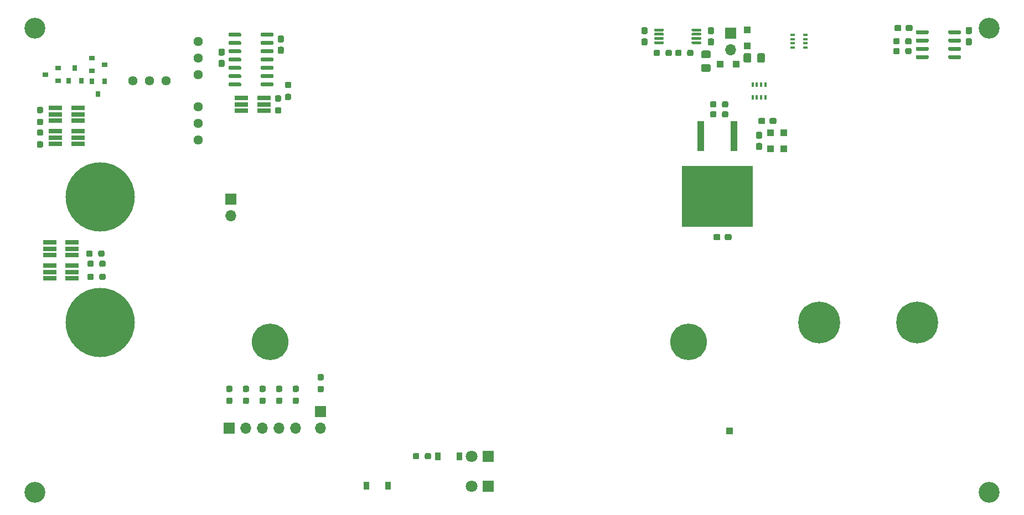
<source format=gbs>
G04 #@! TF.GenerationSoftware,KiCad,Pcbnew,(5.1.10-1-10_14)*
G04 #@! TF.CreationDate,2021-10-15T12:17:32-04:00*
G04 #@! TF.ProjectId,Multimeter,4d756c74-696d-4657-9465-722e6b696361,rev?*
G04 #@! TF.SameCoordinates,Original*
G04 #@! TF.FileFunction,Soldermask,Bot*
G04 #@! TF.FilePolarity,Negative*
%FSLAX46Y46*%
G04 Gerber Fmt 4.6, Leading zero omitted, Abs format (unit mm)*
G04 Created by KiCad (PCBNEW (5.1.10-1-10_14)) date 2021-10-15 12:17:32*
%MOMM*%
%LPD*%
G01*
G04 APERTURE LIST*
%ADD10C,6.400000*%
%ADD11C,3.200000*%
%ADD12R,0.900000X1.200000*%
%ADD13R,0.635000X0.381000*%
%ADD14R,0.381000X0.635000*%
%ADD15R,2.000000X0.650000*%
%ADD16O,1.700000X1.700000*%
%ADD17R,1.700000X1.700000*%
%ADD18R,10.800000X9.400000*%
%ADD19R,1.100000X4.600000*%
%ADD20C,5.600000*%
%ADD21R,1.000000X1.000000*%
%ADD22C,1.800000*%
%ADD23R,1.800000X1.800000*%
%ADD24R,0.900000X0.800000*%
%ADD25C,0.900000*%
%ADD26C,10.600000*%
%ADD27R,0.800000X0.900000*%
%ADD28C,1.440000*%
G04 APERTURE END LIST*
D10*
X222000000Y-72000000D03*
D11*
X87000000Y-27000000D03*
X87000000Y-98000000D03*
X233000000Y-98000000D03*
X233000000Y-27000000D03*
D12*
X141000000Y-97000000D03*
X137700000Y-97000000D03*
D10*
X207000000Y-72000000D03*
G36*
G01*
X96855000Y-65261500D02*
X96855000Y-64786500D01*
G75*
G02*
X97092500Y-64549000I237500J0D01*
G01*
X97592500Y-64549000D01*
G75*
G02*
X97830000Y-64786500I0J-237500D01*
G01*
X97830000Y-65261500D01*
G75*
G02*
X97592500Y-65499000I-237500J0D01*
G01*
X97092500Y-65499000D01*
G75*
G02*
X96855000Y-65261500I0J237500D01*
G01*
G37*
G36*
G01*
X95030000Y-65261500D02*
X95030000Y-64786500D01*
G75*
G02*
X95267500Y-64549000I237500J0D01*
G01*
X95767500Y-64549000D01*
G75*
G02*
X96005000Y-64786500I0J-237500D01*
G01*
X96005000Y-65261500D01*
G75*
G02*
X95767500Y-65499000I-237500J0D01*
G01*
X95267500Y-65499000D01*
G75*
G02*
X95030000Y-65261500I0J237500D01*
G01*
G37*
D13*
X204862600Y-29948979D03*
X204862600Y-29298993D03*
X204862600Y-28649007D03*
X204862600Y-27999021D03*
X202881400Y-27999021D03*
X202881400Y-28649007D03*
X202881400Y-29298993D03*
X202881400Y-29948979D03*
D14*
X196801021Y-37584600D03*
X197451007Y-37584600D03*
X198100993Y-37584600D03*
X198750979Y-37584600D03*
X198750979Y-35603400D03*
X198100993Y-35603400D03*
X197451007Y-35603400D03*
X196801021Y-35603400D03*
D15*
X122016000Y-39576000D03*
X122016000Y-38626000D03*
X122016000Y-37676000D03*
X118596000Y-37676000D03*
X118596000Y-38626000D03*
X118596000Y-39576000D03*
G36*
G01*
X223708000Y-27427000D02*
X223708000Y-27727000D01*
G75*
G02*
X223558000Y-27877000I-150000J0D01*
G01*
X221908000Y-27877000D01*
G75*
G02*
X221758000Y-27727000I0J150000D01*
G01*
X221758000Y-27427000D01*
G75*
G02*
X221908000Y-27277000I150000J0D01*
G01*
X223558000Y-27277000D01*
G75*
G02*
X223708000Y-27427000I0J-150000D01*
G01*
G37*
G36*
G01*
X223708000Y-28697000D02*
X223708000Y-28997000D01*
G75*
G02*
X223558000Y-29147000I-150000J0D01*
G01*
X221908000Y-29147000D01*
G75*
G02*
X221758000Y-28997000I0J150000D01*
G01*
X221758000Y-28697000D01*
G75*
G02*
X221908000Y-28547000I150000J0D01*
G01*
X223558000Y-28547000D01*
G75*
G02*
X223708000Y-28697000I0J-150000D01*
G01*
G37*
G36*
G01*
X223708000Y-29967000D02*
X223708000Y-30267000D01*
G75*
G02*
X223558000Y-30417000I-150000J0D01*
G01*
X221908000Y-30417000D01*
G75*
G02*
X221758000Y-30267000I0J150000D01*
G01*
X221758000Y-29967000D01*
G75*
G02*
X221908000Y-29817000I150000J0D01*
G01*
X223558000Y-29817000D01*
G75*
G02*
X223708000Y-29967000I0J-150000D01*
G01*
G37*
G36*
G01*
X223708000Y-31237000D02*
X223708000Y-31537000D01*
G75*
G02*
X223558000Y-31687000I-150000J0D01*
G01*
X221908000Y-31687000D01*
G75*
G02*
X221758000Y-31537000I0J150000D01*
G01*
X221758000Y-31237000D01*
G75*
G02*
X221908000Y-31087000I150000J0D01*
G01*
X223558000Y-31087000D01*
G75*
G02*
X223708000Y-31237000I0J-150000D01*
G01*
G37*
G36*
G01*
X228658000Y-31237000D02*
X228658000Y-31537000D01*
G75*
G02*
X228508000Y-31687000I-150000J0D01*
G01*
X226858000Y-31687000D01*
G75*
G02*
X226708000Y-31537000I0J150000D01*
G01*
X226708000Y-31237000D01*
G75*
G02*
X226858000Y-31087000I150000J0D01*
G01*
X228508000Y-31087000D01*
G75*
G02*
X228658000Y-31237000I0J-150000D01*
G01*
G37*
G36*
G01*
X228658000Y-29967000D02*
X228658000Y-30267000D01*
G75*
G02*
X228508000Y-30417000I-150000J0D01*
G01*
X226858000Y-30417000D01*
G75*
G02*
X226708000Y-30267000I0J150000D01*
G01*
X226708000Y-29967000D01*
G75*
G02*
X226858000Y-29817000I150000J0D01*
G01*
X228508000Y-29817000D01*
G75*
G02*
X228658000Y-29967000I0J-150000D01*
G01*
G37*
G36*
G01*
X228658000Y-28697000D02*
X228658000Y-28997000D01*
G75*
G02*
X228508000Y-29147000I-150000J0D01*
G01*
X226858000Y-29147000D01*
G75*
G02*
X226708000Y-28997000I0J150000D01*
G01*
X226708000Y-28697000D01*
G75*
G02*
X226858000Y-28547000I150000J0D01*
G01*
X228508000Y-28547000D01*
G75*
G02*
X228658000Y-28697000I0J-150000D01*
G01*
G37*
G36*
G01*
X228658000Y-27427000D02*
X228658000Y-27727000D01*
G75*
G02*
X228508000Y-27877000I-150000J0D01*
G01*
X226858000Y-27877000D01*
G75*
G02*
X226708000Y-27727000I0J150000D01*
G01*
X226708000Y-27427000D01*
G75*
G02*
X226858000Y-27277000I150000J0D01*
G01*
X228508000Y-27277000D01*
G75*
G02*
X228658000Y-27427000I0J-150000D01*
G01*
G37*
D16*
X193458000Y-30244000D03*
D17*
X193458000Y-27704000D03*
D15*
X93568000Y-44656000D03*
X93568000Y-43706000D03*
X93568000Y-42756000D03*
X90148000Y-42756000D03*
X90148000Y-43706000D03*
X90148000Y-44656000D03*
G36*
G01*
X88031500Y-43431500D02*
X87556500Y-43431500D01*
G75*
G02*
X87319000Y-43194000I0J237500D01*
G01*
X87319000Y-42694000D01*
G75*
G02*
X87556500Y-42456500I237500J0D01*
G01*
X88031500Y-42456500D01*
G75*
G02*
X88269000Y-42694000I0J-237500D01*
G01*
X88269000Y-43194000D01*
G75*
G02*
X88031500Y-43431500I-237500J0D01*
G01*
G37*
G36*
G01*
X88031500Y-45256500D02*
X87556500Y-45256500D01*
G75*
G02*
X87319000Y-45019000I0J237500D01*
G01*
X87319000Y-44519000D01*
G75*
G02*
X87556500Y-44281500I237500J0D01*
G01*
X88031500Y-44281500D01*
G75*
G02*
X88269000Y-44519000I0J-237500D01*
G01*
X88269000Y-45019000D01*
G75*
G02*
X88031500Y-45256500I-237500J0D01*
G01*
G37*
D16*
X126910000Y-88156000D03*
X124370000Y-88156000D03*
X121830000Y-88156000D03*
X119290000Y-88156000D03*
D17*
X116750000Y-88156000D03*
G36*
G01*
X183205000Y-27137000D02*
X183205000Y-27337000D01*
G75*
G02*
X183105000Y-27437000I-100000J0D01*
G01*
X181830000Y-27437000D01*
G75*
G02*
X181730000Y-27337000I0J100000D01*
G01*
X181730000Y-27137000D01*
G75*
G02*
X181830000Y-27037000I100000J0D01*
G01*
X183105000Y-27037000D01*
G75*
G02*
X183205000Y-27137000I0J-100000D01*
G01*
G37*
G36*
G01*
X183205000Y-27787000D02*
X183205000Y-27987000D01*
G75*
G02*
X183105000Y-28087000I-100000J0D01*
G01*
X181830000Y-28087000D01*
G75*
G02*
X181730000Y-27987000I0J100000D01*
G01*
X181730000Y-27787000D01*
G75*
G02*
X181830000Y-27687000I100000J0D01*
G01*
X183105000Y-27687000D01*
G75*
G02*
X183205000Y-27787000I0J-100000D01*
G01*
G37*
G36*
G01*
X183205000Y-28437000D02*
X183205000Y-28637000D01*
G75*
G02*
X183105000Y-28737000I-100000J0D01*
G01*
X181830000Y-28737000D01*
G75*
G02*
X181730000Y-28637000I0J100000D01*
G01*
X181730000Y-28437000D01*
G75*
G02*
X181830000Y-28337000I100000J0D01*
G01*
X183105000Y-28337000D01*
G75*
G02*
X183205000Y-28437000I0J-100000D01*
G01*
G37*
G36*
G01*
X183205000Y-29087000D02*
X183205000Y-29287000D01*
G75*
G02*
X183105000Y-29387000I-100000J0D01*
G01*
X181830000Y-29387000D01*
G75*
G02*
X181730000Y-29287000I0J100000D01*
G01*
X181730000Y-29087000D01*
G75*
G02*
X181830000Y-28987000I100000J0D01*
G01*
X183105000Y-28987000D01*
G75*
G02*
X183205000Y-29087000I0J-100000D01*
G01*
G37*
G36*
G01*
X188930000Y-29087000D02*
X188930000Y-29287000D01*
G75*
G02*
X188830000Y-29387000I-100000J0D01*
G01*
X187555000Y-29387000D01*
G75*
G02*
X187455000Y-29287000I0J100000D01*
G01*
X187455000Y-29087000D01*
G75*
G02*
X187555000Y-28987000I100000J0D01*
G01*
X188830000Y-28987000D01*
G75*
G02*
X188930000Y-29087000I0J-100000D01*
G01*
G37*
G36*
G01*
X188930000Y-28437000D02*
X188930000Y-28637000D01*
G75*
G02*
X188830000Y-28737000I-100000J0D01*
G01*
X187555000Y-28737000D01*
G75*
G02*
X187455000Y-28637000I0J100000D01*
G01*
X187455000Y-28437000D01*
G75*
G02*
X187555000Y-28337000I100000J0D01*
G01*
X188830000Y-28337000D01*
G75*
G02*
X188930000Y-28437000I0J-100000D01*
G01*
G37*
G36*
G01*
X188930000Y-27787000D02*
X188930000Y-27987000D01*
G75*
G02*
X188830000Y-28087000I-100000J0D01*
G01*
X187555000Y-28087000D01*
G75*
G02*
X187455000Y-27987000I0J100000D01*
G01*
X187455000Y-27787000D01*
G75*
G02*
X187555000Y-27687000I100000J0D01*
G01*
X188830000Y-27687000D01*
G75*
G02*
X188930000Y-27787000I0J-100000D01*
G01*
G37*
G36*
G01*
X188930000Y-27137000D02*
X188930000Y-27337000D01*
G75*
G02*
X188830000Y-27437000I-100000J0D01*
G01*
X187555000Y-27437000D01*
G75*
G02*
X187455000Y-27337000I0J100000D01*
G01*
X187455000Y-27137000D01*
G75*
G02*
X187555000Y-27037000I100000J0D01*
G01*
X188830000Y-27037000D01*
G75*
G02*
X188930000Y-27137000I0J-100000D01*
G01*
G37*
D18*
X191426000Y-52669000D03*
D19*
X193966000Y-43519000D03*
X188886000Y-43519000D03*
G36*
G01*
X190647500Y-27887000D02*
X190172500Y-27887000D01*
G75*
G02*
X189935000Y-27649500I0J237500D01*
G01*
X189935000Y-27049500D01*
G75*
G02*
X190172500Y-26812000I237500J0D01*
G01*
X190647500Y-26812000D01*
G75*
G02*
X190885000Y-27049500I0J-237500D01*
G01*
X190885000Y-27649500D01*
G75*
G02*
X190647500Y-27887000I-237500J0D01*
G01*
G37*
G36*
G01*
X190647500Y-29612000D02*
X190172500Y-29612000D01*
G75*
G02*
X189935000Y-29374500I0J237500D01*
G01*
X189935000Y-28774500D01*
G75*
G02*
X190172500Y-28537000I237500J0D01*
G01*
X190647500Y-28537000D01*
G75*
G02*
X190885000Y-28774500I0J-237500D01*
G01*
X190885000Y-29374500D01*
G75*
G02*
X190647500Y-29612000I-237500J0D01*
G01*
G37*
D16*
X130720000Y-88156000D03*
D17*
X130720000Y-85616000D03*
D12*
X151928000Y-92474000D03*
X148628000Y-92474000D03*
D20*
X187000000Y-75000000D03*
X123000000Y-75000000D03*
D16*
X117004000Y-55644000D03*
D17*
X117004000Y-53104000D03*
G36*
G01*
X88031500Y-39979000D02*
X87556500Y-39979000D01*
G75*
G02*
X87319000Y-39741500I0J237500D01*
G01*
X87319000Y-39241500D01*
G75*
G02*
X87556500Y-39004000I237500J0D01*
G01*
X88031500Y-39004000D01*
G75*
G02*
X88269000Y-39241500I0J-237500D01*
G01*
X88269000Y-39741500D01*
G75*
G02*
X88031500Y-39979000I-237500J0D01*
G01*
G37*
G36*
G01*
X88031500Y-41804000D02*
X87556500Y-41804000D01*
G75*
G02*
X87319000Y-41566500I0J237500D01*
G01*
X87319000Y-41066500D01*
G75*
G02*
X87556500Y-40829000I237500J0D01*
G01*
X88031500Y-40829000D01*
G75*
G02*
X88269000Y-41066500I0J-237500D01*
G01*
X88269000Y-41566500D01*
G75*
G02*
X88031500Y-41804000I-237500J0D01*
G01*
G37*
D15*
X92710000Y-65230000D03*
X92710000Y-64280000D03*
X92710000Y-63330000D03*
X89290000Y-63330000D03*
X89290000Y-64280000D03*
X89290000Y-65230000D03*
G36*
G01*
X121552000Y-35728000D02*
X121552000Y-35428000D01*
G75*
G02*
X121702000Y-35278000I150000J0D01*
G01*
X123352000Y-35278000D01*
G75*
G02*
X123502000Y-35428000I0J-150000D01*
G01*
X123502000Y-35728000D01*
G75*
G02*
X123352000Y-35878000I-150000J0D01*
G01*
X121702000Y-35878000D01*
G75*
G02*
X121552000Y-35728000I0J150000D01*
G01*
G37*
G36*
G01*
X121552000Y-34458000D02*
X121552000Y-34158000D01*
G75*
G02*
X121702000Y-34008000I150000J0D01*
G01*
X123352000Y-34008000D01*
G75*
G02*
X123502000Y-34158000I0J-150000D01*
G01*
X123502000Y-34458000D01*
G75*
G02*
X123352000Y-34608000I-150000J0D01*
G01*
X121702000Y-34608000D01*
G75*
G02*
X121552000Y-34458000I0J150000D01*
G01*
G37*
G36*
G01*
X121552000Y-33188000D02*
X121552000Y-32888000D01*
G75*
G02*
X121702000Y-32738000I150000J0D01*
G01*
X123352000Y-32738000D01*
G75*
G02*
X123502000Y-32888000I0J-150000D01*
G01*
X123502000Y-33188000D01*
G75*
G02*
X123352000Y-33338000I-150000J0D01*
G01*
X121702000Y-33338000D01*
G75*
G02*
X121552000Y-33188000I0J150000D01*
G01*
G37*
G36*
G01*
X121552000Y-31918000D02*
X121552000Y-31618000D01*
G75*
G02*
X121702000Y-31468000I150000J0D01*
G01*
X123352000Y-31468000D01*
G75*
G02*
X123502000Y-31618000I0J-150000D01*
G01*
X123502000Y-31918000D01*
G75*
G02*
X123352000Y-32068000I-150000J0D01*
G01*
X121702000Y-32068000D01*
G75*
G02*
X121552000Y-31918000I0J150000D01*
G01*
G37*
G36*
G01*
X121552000Y-30648000D02*
X121552000Y-30348000D01*
G75*
G02*
X121702000Y-30198000I150000J0D01*
G01*
X123352000Y-30198000D01*
G75*
G02*
X123502000Y-30348000I0J-150000D01*
G01*
X123502000Y-30648000D01*
G75*
G02*
X123352000Y-30798000I-150000J0D01*
G01*
X121702000Y-30798000D01*
G75*
G02*
X121552000Y-30648000I0J150000D01*
G01*
G37*
G36*
G01*
X121552000Y-29378000D02*
X121552000Y-29078000D01*
G75*
G02*
X121702000Y-28928000I150000J0D01*
G01*
X123352000Y-28928000D01*
G75*
G02*
X123502000Y-29078000I0J-150000D01*
G01*
X123502000Y-29378000D01*
G75*
G02*
X123352000Y-29528000I-150000J0D01*
G01*
X121702000Y-29528000D01*
G75*
G02*
X121552000Y-29378000I0J150000D01*
G01*
G37*
G36*
G01*
X121552000Y-28108000D02*
X121552000Y-27808000D01*
G75*
G02*
X121702000Y-27658000I150000J0D01*
G01*
X123352000Y-27658000D01*
G75*
G02*
X123502000Y-27808000I0J-150000D01*
G01*
X123502000Y-28108000D01*
G75*
G02*
X123352000Y-28258000I-150000J0D01*
G01*
X121702000Y-28258000D01*
G75*
G02*
X121552000Y-28108000I0J150000D01*
G01*
G37*
G36*
G01*
X116602000Y-28108000D02*
X116602000Y-27808000D01*
G75*
G02*
X116752000Y-27658000I150000J0D01*
G01*
X118402000Y-27658000D01*
G75*
G02*
X118552000Y-27808000I0J-150000D01*
G01*
X118552000Y-28108000D01*
G75*
G02*
X118402000Y-28258000I-150000J0D01*
G01*
X116752000Y-28258000D01*
G75*
G02*
X116602000Y-28108000I0J150000D01*
G01*
G37*
G36*
G01*
X116602000Y-29378000D02*
X116602000Y-29078000D01*
G75*
G02*
X116752000Y-28928000I150000J0D01*
G01*
X118402000Y-28928000D01*
G75*
G02*
X118552000Y-29078000I0J-150000D01*
G01*
X118552000Y-29378000D01*
G75*
G02*
X118402000Y-29528000I-150000J0D01*
G01*
X116752000Y-29528000D01*
G75*
G02*
X116602000Y-29378000I0J150000D01*
G01*
G37*
G36*
G01*
X116602000Y-30648000D02*
X116602000Y-30348000D01*
G75*
G02*
X116752000Y-30198000I150000J0D01*
G01*
X118402000Y-30198000D01*
G75*
G02*
X118552000Y-30348000I0J-150000D01*
G01*
X118552000Y-30648000D01*
G75*
G02*
X118402000Y-30798000I-150000J0D01*
G01*
X116752000Y-30798000D01*
G75*
G02*
X116602000Y-30648000I0J150000D01*
G01*
G37*
G36*
G01*
X116602000Y-31918000D02*
X116602000Y-31618000D01*
G75*
G02*
X116752000Y-31468000I150000J0D01*
G01*
X118402000Y-31468000D01*
G75*
G02*
X118552000Y-31618000I0J-150000D01*
G01*
X118552000Y-31918000D01*
G75*
G02*
X118402000Y-32068000I-150000J0D01*
G01*
X116752000Y-32068000D01*
G75*
G02*
X116602000Y-31918000I0J150000D01*
G01*
G37*
G36*
G01*
X116602000Y-33188000D02*
X116602000Y-32888000D01*
G75*
G02*
X116752000Y-32738000I150000J0D01*
G01*
X118402000Y-32738000D01*
G75*
G02*
X118552000Y-32888000I0J-150000D01*
G01*
X118552000Y-33188000D01*
G75*
G02*
X118402000Y-33338000I-150000J0D01*
G01*
X116752000Y-33338000D01*
G75*
G02*
X116602000Y-33188000I0J150000D01*
G01*
G37*
G36*
G01*
X116602000Y-34458000D02*
X116602000Y-34158000D01*
G75*
G02*
X116752000Y-34008000I150000J0D01*
G01*
X118402000Y-34008000D01*
G75*
G02*
X118552000Y-34158000I0J-150000D01*
G01*
X118552000Y-34458000D01*
G75*
G02*
X118402000Y-34608000I-150000J0D01*
G01*
X116752000Y-34608000D01*
G75*
G02*
X116602000Y-34458000I0J150000D01*
G01*
G37*
G36*
G01*
X116602000Y-35728000D02*
X116602000Y-35428000D01*
G75*
G02*
X116752000Y-35278000I150000J0D01*
G01*
X118402000Y-35278000D01*
G75*
G02*
X118552000Y-35428000I0J-150000D01*
G01*
X118552000Y-35728000D01*
G75*
G02*
X118402000Y-35878000I-150000J0D01*
G01*
X116752000Y-35878000D01*
G75*
G02*
X116602000Y-35728000I0J150000D01*
G01*
G37*
G36*
G01*
X185921000Y-30514500D02*
X185921000Y-30989500D01*
G75*
G02*
X185683500Y-31227000I-237500J0D01*
G01*
X185183500Y-31227000D01*
G75*
G02*
X184946000Y-30989500I0J237500D01*
G01*
X184946000Y-30514500D01*
G75*
G02*
X185183500Y-30277000I237500J0D01*
G01*
X185683500Y-30277000D01*
G75*
G02*
X185921000Y-30514500I0J-237500D01*
G01*
G37*
G36*
G01*
X187746000Y-30514500D02*
X187746000Y-30989500D01*
G75*
G02*
X187508500Y-31227000I-237500J0D01*
G01*
X187008500Y-31227000D01*
G75*
G02*
X186771000Y-30989500I0J237500D01*
G01*
X186771000Y-30514500D01*
G75*
G02*
X187008500Y-30277000I237500J0D01*
G01*
X187508500Y-30277000D01*
G75*
G02*
X187746000Y-30514500I0J-237500D01*
G01*
G37*
G36*
G01*
X182619000Y-30514500D02*
X182619000Y-30989500D01*
G75*
G02*
X182381500Y-31227000I-237500J0D01*
G01*
X181881500Y-31227000D01*
G75*
G02*
X181644000Y-30989500I0J237500D01*
G01*
X181644000Y-30514500D01*
G75*
G02*
X181881500Y-30277000I237500J0D01*
G01*
X182381500Y-30277000D01*
G75*
G02*
X182619000Y-30514500I0J-237500D01*
G01*
G37*
G36*
G01*
X184444000Y-30514500D02*
X184444000Y-30989500D01*
G75*
G02*
X184206500Y-31227000I-237500J0D01*
G01*
X183706500Y-31227000D01*
G75*
G02*
X183469000Y-30989500I0J237500D01*
G01*
X183469000Y-30514500D01*
G75*
G02*
X183706500Y-30277000I237500J0D01*
G01*
X184206500Y-30277000D01*
G75*
G02*
X184444000Y-30514500I0J-237500D01*
G01*
G37*
G36*
G01*
X191255000Y-38388500D02*
X191255000Y-38863500D01*
G75*
G02*
X191017500Y-39101000I-237500J0D01*
G01*
X190517500Y-39101000D01*
G75*
G02*
X190280000Y-38863500I0J237500D01*
G01*
X190280000Y-38388500D01*
G75*
G02*
X190517500Y-38151000I237500J0D01*
G01*
X191017500Y-38151000D01*
G75*
G02*
X191255000Y-38388500I0J-237500D01*
G01*
G37*
G36*
G01*
X193080000Y-38388500D02*
X193080000Y-38863500D01*
G75*
G02*
X192842500Y-39101000I-237500J0D01*
G01*
X192342500Y-39101000D01*
G75*
G02*
X192105000Y-38863500I0J237500D01*
G01*
X192105000Y-38388500D01*
G75*
G02*
X192342500Y-38151000I237500J0D01*
G01*
X192842500Y-38151000D01*
G75*
G02*
X193080000Y-38388500I0J-237500D01*
G01*
G37*
G36*
G01*
X192105000Y-40387500D02*
X192105000Y-39912500D01*
G75*
G02*
X192342500Y-39675000I237500J0D01*
G01*
X192842500Y-39675000D01*
G75*
G02*
X193080000Y-39912500I0J-237500D01*
G01*
X193080000Y-40387500D01*
G75*
G02*
X192842500Y-40625000I-237500J0D01*
G01*
X192342500Y-40625000D01*
G75*
G02*
X192105000Y-40387500I0J237500D01*
G01*
G37*
G36*
G01*
X190280000Y-40387500D02*
X190280000Y-39912500D01*
G75*
G02*
X190517500Y-39675000I237500J0D01*
G01*
X191017500Y-39675000D01*
G75*
G02*
X191255000Y-39912500I0J-237500D01*
G01*
X191255000Y-40387500D01*
G75*
G02*
X191017500Y-40625000I-237500J0D01*
G01*
X190517500Y-40625000D01*
G75*
G02*
X190280000Y-40387500I0J237500D01*
G01*
G37*
G36*
G01*
X220135000Y-30717500D02*
X220135000Y-30242500D01*
G75*
G02*
X220372500Y-30005000I237500J0D01*
G01*
X220872500Y-30005000D01*
G75*
G02*
X221110000Y-30242500I0J-237500D01*
G01*
X221110000Y-30717500D01*
G75*
G02*
X220872500Y-30955000I-237500J0D01*
G01*
X220372500Y-30955000D01*
G75*
G02*
X220135000Y-30717500I0J237500D01*
G01*
G37*
G36*
G01*
X218310000Y-30717500D02*
X218310000Y-30242500D01*
G75*
G02*
X218547500Y-30005000I237500J0D01*
G01*
X219047500Y-30005000D01*
G75*
G02*
X219285000Y-30242500I0J-237500D01*
G01*
X219285000Y-30717500D01*
G75*
G02*
X219047500Y-30955000I-237500J0D01*
G01*
X218547500Y-30955000D01*
G75*
G02*
X218310000Y-30717500I0J237500D01*
G01*
G37*
G36*
G01*
X220135000Y-29211500D02*
X220135000Y-28736500D01*
G75*
G02*
X220372500Y-28499000I237500J0D01*
G01*
X220872500Y-28499000D01*
G75*
G02*
X221110000Y-28736500I0J-237500D01*
G01*
X221110000Y-29211500D01*
G75*
G02*
X220872500Y-29449000I-237500J0D01*
G01*
X220372500Y-29449000D01*
G75*
G02*
X220135000Y-29211500I0J237500D01*
G01*
G37*
G36*
G01*
X218310000Y-29211500D02*
X218310000Y-28736500D01*
G75*
G02*
X218547500Y-28499000I237500J0D01*
G01*
X219047500Y-28499000D01*
G75*
G02*
X219285000Y-28736500I0J-237500D01*
G01*
X219285000Y-29211500D01*
G75*
G02*
X219047500Y-29449000I-237500J0D01*
G01*
X218547500Y-29449000D01*
G75*
G02*
X218310000Y-29211500I0J237500D01*
G01*
G37*
G36*
G01*
X130482500Y-81723000D02*
X130957500Y-81723000D01*
G75*
G02*
X131195000Y-81960500I0J-237500D01*
G01*
X131195000Y-82460500D01*
G75*
G02*
X130957500Y-82698000I-237500J0D01*
G01*
X130482500Y-82698000D01*
G75*
G02*
X130245000Y-82460500I0J237500D01*
G01*
X130245000Y-81960500D01*
G75*
G02*
X130482500Y-81723000I237500J0D01*
G01*
G37*
G36*
G01*
X130482500Y-79898000D02*
X130957500Y-79898000D01*
G75*
G02*
X131195000Y-80135500I0J-237500D01*
G01*
X131195000Y-80635500D01*
G75*
G02*
X130957500Y-80873000I-237500J0D01*
G01*
X130482500Y-80873000D01*
G75*
G02*
X130245000Y-80635500I0J237500D01*
G01*
X130245000Y-80135500D01*
G75*
G02*
X130482500Y-79898000I237500J0D01*
G01*
G37*
G36*
G01*
X116512500Y-83501000D02*
X116987500Y-83501000D01*
G75*
G02*
X117225000Y-83738500I0J-237500D01*
G01*
X117225000Y-84238500D01*
G75*
G02*
X116987500Y-84476000I-237500J0D01*
G01*
X116512500Y-84476000D01*
G75*
G02*
X116275000Y-84238500I0J237500D01*
G01*
X116275000Y-83738500D01*
G75*
G02*
X116512500Y-83501000I237500J0D01*
G01*
G37*
G36*
G01*
X116512500Y-81676000D02*
X116987500Y-81676000D01*
G75*
G02*
X117225000Y-81913500I0J-237500D01*
G01*
X117225000Y-82413500D01*
G75*
G02*
X116987500Y-82651000I-237500J0D01*
G01*
X116512500Y-82651000D01*
G75*
G02*
X116275000Y-82413500I0J237500D01*
G01*
X116275000Y-81913500D01*
G75*
G02*
X116512500Y-81676000I237500J0D01*
G01*
G37*
G36*
G01*
X119052500Y-83501000D02*
X119527500Y-83501000D01*
G75*
G02*
X119765000Y-83738500I0J-237500D01*
G01*
X119765000Y-84238500D01*
G75*
G02*
X119527500Y-84476000I-237500J0D01*
G01*
X119052500Y-84476000D01*
G75*
G02*
X118815000Y-84238500I0J237500D01*
G01*
X118815000Y-83738500D01*
G75*
G02*
X119052500Y-83501000I237500J0D01*
G01*
G37*
G36*
G01*
X119052500Y-81676000D02*
X119527500Y-81676000D01*
G75*
G02*
X119765000Y-81913500I0J-237500D01*
G01*
X119765000Y-82413500D01*
G75*
G02*
X119527500Y-82651000I-237500J0D01*
G01*
X119052500Y-82651000D01*
G75*
G02*
X118815000Y-82413500I0J237500D01*
G01*
X118815000Y-81913500D01*
G75*
G02*
X119052500Y-81676000I237500J0D01*
G01*
G37*
G36*
G01*
X121592500Y-83501000D02*
X122067500Y-83501000D01*
G75*
G02*
X122305000Y-83738500I0J-237500D01*
G01*
X122305000Y-84238500D01*
G75*
G02*
X122067500Y-84476000I-237500J0D01*
G01*
X121592500Y-84476000D01*
G75*
G02*
X121355000Y-84238500I0J237500D01*
G01*
X121355000Y-83738500D01*
G75*
G02*
X121592500Y-83501000I237500J0D01*
G01*
G37*
G36*
G01*
X121592500Y-81676000D02*
X122067500Y-81676000D01*
G75*
G02*
X122305000Y-81913500I0J-237500D01*
G01*
X122305000Y-82413500D01*
G75*
G02*
X122067500Y-82651000I-237500J0D01*
G01*
X121592500Y-82651000D01*
G75*
G02*
X121355000Y-82413500I0J237500D01*
G01*
X121355000Y-81913500D01*
G75*
G02*
X121592500Y-81676000I237500J0D01*
G01*
G37*
G36*
G01*
X124132500Y-83501000D02*
X124607500Y-83501000D01*
G75*
G02*
X124845000Y-83738500I0J-237500D01*
G01*
X124845000Y-84238500D01*
G75*
G02*
X124607500Y-84476000I-237500J0D01*
G01*
X124132500Y-84476000D01*
G75*
G02*
X123895000Y-84238500I0J237500D01*
G01*
X123895000Y-83738500D01*
G75*
G02*
X124132500Y-83501000I237500J0D01*
G01*
G37*
G36*
G01*
X124132500Y-81676000D02*
X124607500Y-81676000D01*
G75*
G02*
X124845000Y-81913500I0J-237500D01*
G01*
X124845000Y-82413500D01*
G75*
G02*
X124607500Y-82651000I-237500J0D01*
G01*
X124132500Y-82651000D01*
G75*
G02*
X123895000Y-82413500I0J237500D01*
G01*
X123895000Y-81913500D01*
G75*
G02*
X124132500Y-81676000I237500J0D01*
G01*
G37*
G36*
G01*
X126672500Y-83501000D02*
X127147500Y-83501000D01*
G75*
G02*
X127385000Y-83738500I0J-237500D01*
G01*
X127385000Y-84238500D01*
G75*
G02*
X127147500Y-84476000I-237500J0D01*
G01*
X126672500Y-84476000D01*
G75*
G02*
X126435000Y-84238500I0J237500D01*
G01*
X126435000Y-83738500D01*
G75*
G02*
X126672500Y-83501000I237500J0D01*
G01*
G37*
G36*
G01*
X126672500Y-81676000D02*
X127147500Y-81676000D01*
G75*
G02*
X127385000Y-81913500I0J-237500D01*
G01*
X127385000Y-82413500D01*
G75*
G02*
X127147500Y-82651000I-237500J0D01*
G01*
X126672500Y-82651000D01*
G75*
G02*
X126435000Y-82413500I0J237500D01*
G01*
X126435000Y-81913500D01*
G75*
G02*
X126672500Y-81676000I237500J0D01*
G01*
G37*
G36*
G01*
X145789000Y-92236500D02*
X145789000Y-92711500D01*
G75*
G02*
X145551500Y-92949000I-237500J0D01*
G01*
X145051500Y-92949000D01*
G75*
G02*
X144814000Y-92711500I0J237500D01*
G01*
X144814000Y-92236500D01*
G75*
G02*
X145051500Y-91999000I237500J0D01*
G01*
X145551500Y-91999000D01*
G75*
G02*
X145789000Y-92236500I0J-237500D01*
G01*
G37*
G36*
G01*
X147614000Y-92236500D02*
X147614000Y-92711500D01*
G75*
G02*
X147376500Y-92949000I-237500J0D01*
G01*
X146876500Y-92949000D01*
G75*
G02*
X146639000Y-92711500I0J237500D01*
G01*
X146639000Y-92236500D01*
G75*
G02*
X146876500Y-91999000I237500J0D01*
G01*
X147376500Y-91999000D01*
G75*
G02*
X147614000Y-92236500I0J-237500D01*
G01*
G37*
G36*
G01*
X125492500Y-37001000D02*
X125967500Y-37001000D01*
G75*
G02*
X126205000Y-37238500I0J-237500D01*
G01*
X126205000Y-37738500D01*
G75*
G02*
X125967500Y-37976000I-237500J0D01*
G01*
X125492500Y-37976000D01*
G75*
G02*
X125255000Y-37738500I0J237500D01*
G01*
X125255000Y-37238500D01*
G75*
G02*
X125492500Y-37001000I237500J0D01*
G01*
G37*
G36*
G01*
X125492500Y-35176000D02*
X125967500Y-35176000D01*
G75*
G02*
X126205000Y-35413500I0J-237500D01*
G01*
X126205000Y-35913500D01*
G75*
G02*
X125967500Y-36151000I-237500J0D01*
G01*
X125492500Y-36151000D01*
G75*
G02*
X125255000Y-35913500I0J237500D01*
G01*
X125255000Y-35413500D01*
G75*
G02*
X125492500Y-35176000I237500J0D01*
G01*
G37*
G36*
G01*
X123968500Y-39051000D02*
X124443500Y-39051000D01*
G75*
G02*
X124681000Y-39288500I0J-237500D01*
G01*
X124681000Y-39788500D01*
G75*
G02*
X124443500Y-40026000I-237500J0D01*
G01*
X123968500Y-40026000D01*
G75*
G02*
X123731000Y-39788500I0J237500D01*
G01*
X123731000Y-39288500D01*
G75*
G02*
X123968500Y-39051000I237500J0D01*
G01*
G37*
G36*
G01*
X123968500Y-37226000D02*
X124443500Y-37226000D01*
G75*
G02*
X124681000Y-37463500I0J-237500D01*
G01*
X124681000Y-37963500D01*
G75*
G02*
X124443500Y-38201000I-237500J0D01*
G01*
X123968500Y-38201000D01*
G75*
G02*
X123731000Y-37963500I0J237500D01*
G01*
X123731000Y-37463500D01*
G75*
G02*
X123968500Y-37226000I237500J0D01*
G01*
G37*
G36*
G01*
X96691000Y-61705500D02*
X96691000Y-61230500D01*
G75*
G02*
X96928500Y-60993000I237500J0D01*
G01*
X97428500Y-60993000D01*
G75*
G02*
X97666000Y-61230500I0J-237500D01*
G01*
X97666000Y-61705500D01*
G75*
G02*
X97428500Y-61943000I-237500J0D01*
G01*
X96928500Y-61943000D01*
G75*
G02*
X96691000Y-61705500I0J237500D01*
G01*
G37*
G36*
G01*
X94866000Y-61705500D02*
X94866000Y-61230500D01*
G75*
G02*
X95103500Y-60993000I237500J0D01*
G01*
X95603500Y-60993000D01*
G75*
G02*
X95841000Y-61230500I0J-237500D01*
G01*
X95841000Y-61705500D01*
G75*
G02*
X95603500Y-61943000I-237500J0D01*
G01*
X95103500Y-61943000D01*
G75*
G02*
X94866000Y-61705500I0J237500D01*
G01*
G37*
G36*
G01*
X96855000Y-63247500D02*
X96855000Y-62772500D01*
G75*
G02*
X97092500Y-62535000I237500J0D01*
G01*
X97592500Y-62535000D01*
G75*
G02*
X97830000Y-62772500I0J-237500D01*
G01*
X97830000Y-63247500D01*
G75*
G02*
X97592500Y-63485000I-237500J0D01*
G01*
X97092500Y-63485000D01*
G75*
G02*
X96855000Y-63247500I0J237500D01*
G01*
G37*
G36*
G01*
X95030000Y-63247500D02*
X95030000Y-62772500D01*
G75*
G02*
X95267500Y-62535000I237500J0D01*
G01*
X95767500Y-62535000D01*
G75*
G02*
X96005000Y-62772500I0J-237500D01*
G01*
X96005000Y-63247500D01*
G75*
G02*
X95767500Y-63485000I-237500J0D01*
G01*
X95267500Y-63485000D01*
G75*
G02*
X95030000Y-63247500I0J237500D01*
G01*
G37*
X92679000Y-61674000D03*
X92679000Y-60724000D03*
X92679000Y-59774000D03*
X89259000Y-59774000D03*
X89259000Y-60724000D03*
X89259000Y-61674000D03*
X93568000Y-41100000D03*
X93568000Y-40150000D03*
X93568000Y-39200000D03*
X90148000Y-39200000D03*
X90148000Y-40150000D03*
X90148000Y-41100000D03*
D21*
X194290000Y-32512000D03*
X191790000Y-32512000D03*
X195998000Y-27216000D03*
X195998000Y-29716000D03*
X199554000Y-45464000D03*
X199554000Y-42964000D03*
X201586000Y-42964000D03*
X201586000Y-45464000D03*
D22*
X153834000Y-97046000D03*
D23*
X156374000Y-97046000D03*
G36*
G01*
X180487500Y-27887000D02*
X180012500Y-27887000D01*
G75*
G02*
X179775000Y-27649500I0J237500D01*
G01*
X179775000Y-27049500D01*
G75*
G02*
X180012500Y-26812000I237500J0D01*
G01*
X180487500Y-26812000D01*
G75*
G02*
X180725000Y-27049500I0J-237500D01*
G01*
X180725000Y-27649500D01*
G75*
G02*
X180487500Y-27887000I-237500J0D01*
G01*
G37*
G36*
G01*
X180487500Y-29612000D02*
X180012500Y-29612000D01*
G75*
G02*
X179775000Y-29374500I0J237500D01*
G01*
X179775000Y-28774500D01*
G75*
G02*
X180012500Y-28537000I237500J0D01*
G01*
X180487500Y-28537000D01*
G75*
G02*
X180725000Y-28774500I0J-237500D01*
G01*
X180725000Y-29374500D01*
G75*
G02*
X180487500Y-29612000I-237500J0D01*
G01*
G37*
G36*
G01*
X192513000Y-59183500D02*
X192513000Y-58708500D01*
G75*
G02*
X192750500Y-58471000I237500J0D01*
G01*
X193350500Y-58471000D01*
G75*
G02*
X193588000Y-58708500I0J-237500D01*
G01*
X193588000Y-59183500D01*
G75*
G02*
X193350500Y-59421000I-237500J0D01*
G01*
X192750500Y-59421000D01*
G75*
G02*
X192513000Y-59183500I0J237500D01*
G01*
G37*
G36*
G01*
X190788000Y-59183500D02*
X190788000Y-58708500D01*
G75*
G02*
X191025500Y-58471000I237500J0D01*
G01*
X191625500Y-58471000D01*
G75*
G02*
X191863000Y-58708500I0J-237500D01*
G01*
X191863000Y-59183500D01*
G75*
G02*
X191625500Y-59421000I-237500J0D01*
G01*
X191025500Y-59421000D01*
G75*
G02*
X190788000Y-59183500I0J237500D01*
G01*
G37*
G36*
G01*
X189173000Y-32472000D02*
X190123000Y-32472000D01*
G75*
G02*
X190373000Y-32722000I0J-250000D01*
G01*
X190373000Y-33397000D01*
G75*
G02*
X190123000Y-33647000I-250000J0D01*
G01*
X189173000Y-33647000D01*
G75*
G02*
X188923000Y-33397000I0J250000D01*
G01*
X188923000Y-32722000D01*
G75*
G02*
X189173000Y-32472000I250000J0D01*
G01*
G37*
G36*
G01*
X189173000Y-30397000D02*
X190123000Y-30397000D01*
G75*
G02*
X190373000Y-30647000I0J-250000D01*
G01*
X190373000Y-31322000D01*
G75*
G02*
X190123000Y-31572000I-250000J0D01*
G01*
X189173000Y-31572000D01*
G75*
G02*
X188923000Y-31322000I0J250000D01*
G01*
X188923000Y-30647000D01*
G75*
G02*
X189173000Y-30397000I250000J0D01*
G01*
G37*
G36*
G01*
X197485500Y-31989000D02*
X197485500Y-31039000D01*
G75*
G02*
X197735500Y-30789000I250000J0D01*
G01*
X198410500Y-30789000D01*
G75*
G02*
X198660500Y-31039000I0J-250000D01*
G01*
X198660500Y-31989000D01*
G75*
G02*
X198410500Y-32239000I-250000J0D01*
G01*
X197735500Y-32239000D01*
G75*
G02*
X197485500Y-31989000I0J250000D01*
G01*
G37*
G36*
G01*
X195410500Y-31989000D02*
X195410500Y-31039000D01*
G75*
G02*
X195660500Y-30789000I250000J0D01*
G01*
X196335500Y-30789000D01*
G75*
G02*
X196585500Y-31039000I0J-250000D01*
G01*
X196585500Y-31989000D01*
G75*
G02*
X196335500Y-32239000I-250000J0D01*
G01*
X195660500Y-32239000D01*
G75*
G02*
X195410500Y-31989000I0J250000D01*
G01*
G37*
G36*
G01*
X197538500Y-44539000D02*
X198013500Y-44539000D01*
G75*
G02*
X198251000Y-44776500I0J-237500D01*
G01*
X198251000Y-45376500D01*
G75*
G02*
X198013500Y-45614000I-237500J0D01*
G01*
X197538500Y-45614000D01*
G75*
G02*
X197301000Y-45376500I0J237500D01*
G01*
X197301000Y-44776500D01*
G75*
G02*
X197538500Y-44539000I237500J0D01*
G01*
G37*
G36*
G01*
X197538500Y-42814000D02*
X198013500Y-42814000D01*
G75*
G02*
X198251000Y-43051500I0J-237500D01*
G01*
X198251000Y-43651500D01*
G75*
G02*
X198013500Y-43889000I-237500J0D01*
G01*
X197538500Y-43889000D01*
G75*
G02*
X197301000Y-43651500I0J237500D01*
G01*
X197301000Y-43051500D01*
G75*
G02*
X197538500Y-42814000I237500J0D01*
G01*
G37*
G36*
G01*
X198721000Y-40928500D02*
X198721000Y-41403500D01*
G75*
G02*
X198483500Y-41641000I-237500J0D01*
G01*
X197883500Y-41641000D01*
G75*
G02*
X197646000Y-41403500I0J237500D01*
G01*
X197646000Y-40928500D01*
G75*
G02*
X197883500Y-40691000I237500J0D01*
G01*
X198483500Y-40691000D01*
G75*
G02*
X198721000Y-40928500I0J-237500D01*
G01*
G37*
G36*
G01*
X200446000Y-40928500D02*
X200446000Y-41403500D01*
G75*
G02*
X200208500Y-41641000I-237500J0D01*
G01*
X199608500Y-41641000D01*
G75*
G02*
X199371000Y-41403500I0J237500D01*
G01*
X199371000Y-40928500D01*
G75*
G02*
X199608500Y-40691000I237500J0D01*
G01*
X200208500Y-40691000D01*
G75*
G02*
X200446000Y-40928500I0J-237500D01*
G01*
G37*
G36*
G01*
X229632500Y-28519000D02*
X230107500Y-28519000D01*
G75*
G02*
X230345000Y-28756500I0J-237500D01*
G01*
X230345000Y-29356500D01*
G75*
G02*
X230107500Y-29594000I-237500J0D01*
G01*
X229632500Y-29594000D01*
G75*
G02*
X229395000Y-29356500I0J237500D01*
G01*
X229395000Y-28756500D01*
G75*
G02*
X229632500Y-28519000I237500J0D01*
G01*
G37*
G36*
G01*
X229632500Y-26794000D02*
X230107500Y-26794000D01*
G75*
G02*
X230345000Y-27031500I0J-237500D01*
G01*
X230345000Y-27631500D01*
G75*
G02*
X230107500Y-27869000I-237500J0D01*
G01*
X229632500Y-27869000D01*
G75*
G02*
X229395000Y-27631500I0J237500D01*
G01*
X229395000Y-27031500D01*
G75*
G02*
X229632500Y-26794000I237500J0D01*
G01*
G37*
G36*
G01*
X219549000Y-26704500D02*
X219549000Y-27179500D01*
G75*
G02*
X219311500Y-27417000I-237500J0D01*
G01*
X218711500Y-27417000D01*
G75*
G02*
X218474000Y-27179500I0J237500D01*
G01*
X218474000Y-26704500D01*
G75*
G02*
X218711500Y-26467000I237500J0D01*
G01*
X219311500Y-26467000D01*
G75*
G02*
X219549000Y-26704500I0J-237500D01*
G01*
G37*
G36*
G01*
X221274000Y-26704500D02*
X221274000Y-27179500D01*
G75*
G02*
X221036500Y-27417000I-237500J0D01*
G01*
X220436500Y-27417000D01*
G75*
G02*
X220199000Y-27179500I0J237500D01*
G01*
X220199000Y-26704500D01*
G75*
G02*
X220436500Y-26467000I237500J0D01*
G01*
X221036500Y-26467000D01*
G75*
G02*
X221274000Y-26704500I0J-237500D01*
G01*
G37*
G36*
G01*
X124861500Y-29157000D02*
X124386500Y-29157000D01*
G75*
G02*
X124149000Y-28919500I0J237500D01*
G01*
X124149000Y-28319500D01*
G75*
G02*
X124386500Y-28082000I237500J0D01*
G01*
X124861500Y-28082000D01*
G75*
G02*
X125099000Y-28319500I0J-237500D01*
G01*
X125099000Y-28919500D01*
G75*
G02*
X124861500Y-29157000I-237500J0D01*
G01*
G37*
G36*
G01*
X124861500Y-30882000D02*
X124386500Y-30882000D01*
G75*
G02*
X124149000Y-30644500I0J237500D01*
G01*
X124149000Y-30044500D01*
G75*
G02*
X124386500Y-29807000I237500J0D01*
G01*
X124861500Y-29807000D01*
G75*
G02*
X125099000Y-30044500I0J-237500D01*
G01*
X125099000Y-30644500D01*
G75*
G02*
X124861500Y-30882000I-237500J0D01*
G01*
G37*
G36*
G01*
X115332500Y-31821000D02*
X115807500Y-31821000D01*
G75*
G02*
X116045000Y-32058500I0J-237500D01*
G01*
X116045000Y-32658500D01*
G75*
G02*
X115807500Y-32896000I-237500J0D01*
G01*
X115332500Y-32896000D01*
G75*
G02*
X115095000Y-32658500I0J237500D01*
G01*
X115095000Y-32058500D01*
G75*
G02*
X115332500Y-31821000I237500J0D01*
G01*
G37*
G36*
G01*
X115332500Y-30096000D02*
X115807500Y-30096000D01*
G75*
G02*
X116045000Y-30333500I0J-237500D01*
G01*
X116045000Y-30933500D01*
G75*
G02*
X115807500Y-31171000I-237500J0D01*
G01*
X115332500Y-31171000D01*
G75*
G02*
X115095000Y-30933500I0J237500D01*
G01*
X115095000Y-30333500D01*
G75*
G02*
X115332500Y-30096000I237500J0D01*
G01*
G37*
D21*
X193294000Y-88646000D03*
D24*
X97684000Y-32530000D03*
X95684000Y-31580000D03*
X95684000Y-33480000D03*
D22*
X153834000Y-92474000D03*
D23*
X156374000Y-92474000D03*
D25*
X99810749Y-69189251D03*
X97000000Y-68025000D03*
X94189251Y-69189251D03*
X93025000Y-72000000D03*
X94189251Y-74810749D03*
X97000000Y-75975000D03*
X99810749Y-74810749D03*
X100975000Y-72000000D03*
D26*
X97000000Y-72000000D03*
D25*
X99810749Y-49989251D03*
X97000000Y-48825000D03*
X94189251Y-49989251D03*
X93025000Y-52800000D03*
X94189251Y-55610749D03*
X97000000Y-56775000D03*
X99810749Y-55610749D03*
X100975000Y-52800000D03*
D26*
X97000000Y-52800000D03*
D27*
X94078000Y-35054000D03*
X92178000Y-35054000D03*
X93128000Y-33054000D03*
D24*
X88572000Y-34054000D03*
X90572000Y-35004000D03*
X90572000Y-33104000D03*
D27*
X95734000Y-35086000D03*
X97634000Y-35086000D03*
X96684000Y-37086000D03*
D28*
X102000000Y-35000000D03*
X104540000Y-35000000D03*
X107080000Y-35000000D03*
X112000000Y-34080000D03*
X112000000Y-31540000D03*
X112000000Y-29000000D03*
X112000000Y-39000000D03*
X112000000Y-41540000D03*
X112000000Y-44080000D03*
M02*

</source>
